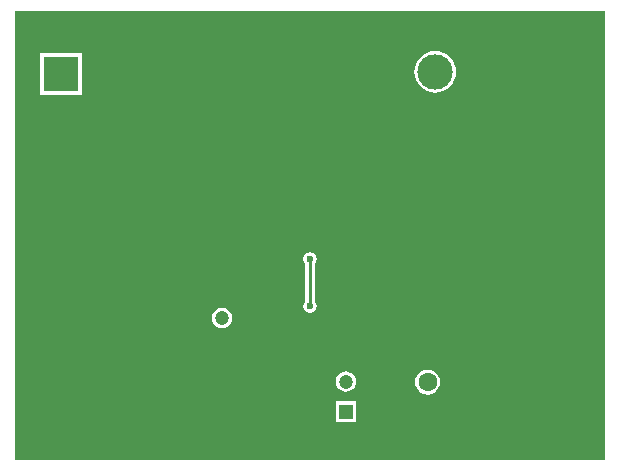
<source format=gbl>
G04*
G04 #@! TF.GenerationSoftware,Altium Limited,Altium Designer,20.1.12 (249)*
G04*
G04 Layer_Physical_Order=2*
G04 Layer_Color=16711680*
%FSLAX44Y44*%
%MOMM*%
G71*
G04*
G04 #@! TF.SameCoordinates,2AA84F29-7605-4DC1-95F6-89BBEAF3FCC8*
G04*
G04*
G04 #@! TF.FilePolarity,Positive*
G04*
G01*
G75*
%ADD36C,0.2540*%
%ADD37R,1.2000X1.2000*%
%ADD38C,1.2000*%
%ADD39R,1.2000X1.2000*%
%ADD40C,3.0000*%
%ADD41R,3.0000X3.0000*%
%ADD42C,1.6000*%
%ADD43R,1.6000X1.6000*%
%ADD44C,0.6000*%
G36*
X500000Y0D02*
X0D01*
Y380000D01*
X500000D01*
Y0D01*
D02*
G37*
%LPC*%
G36*
X356000Y346125D02*
X352562Y345786D01*
X349255Y344783D01*
X346208Y343154D01*
X343537Y340962D01*
X341345Y338292D01*
X339717Y335244D01*
X338714Y331938D01*
X338375Y328500D01*
X338714Y325061D01*
X339717Y321755D01*
X341345Y318708D01*
X343537Y316037D01*
X346208Y313845D01*
X349255Y312216D01*
X352562Y311213D01*
X356000Y310875D01*
X359438Y311213D01*
X362745Y312216D01*
X365792Y313845D01*
X368463Y316037D01*
X370654Y318708D01*
X372283Y321755D01*
X373286Y325061D01*
X373625Y328500D01*
X373286Y331938D01*
X372283Y335244D01*
X370654Y338292D01*
X368463Y340962D01*
X365792Y343154D01*
X362745Y344783D01*
X359438Y345786D01*
X356000Y346125D01*
D02*
G37*
G36*
X56540Y344040D02*
X21460D01*
Y308960D01*
X56540D01*
Y344040D01*
D02*
G37*
G36*
X250000Y175648D02*
X247838Y175219D01*
X246006Y173994D01*
X244781Y172162D01*
X244352Y170000D01*
X244781Y167838D01*
X246006Y166006D01*
X246115Y165933D01*
Y134067D01*
X246006Y133994D01*
X244781Y132162D01*
X244352Y130000D01*
X244781Y127838D01*
X246006Y126006D01*
X247838Y124781D01*
X250000Y124352D01*
X252162Y124781D01*
X253994Y126006D01*
X255219Y127838D01*
X255648Y130000D01*
X255219Y132162D01*
X253994Y133994D01*
X253885Y134067D01*
Y165933D01*
X253994Y166006D01*
X255219Y167838D01*
X255648Y170000D01*
X255219Y172162D01*
X253994Y173994D01*
X252162Y175219D01*
X250000Y175648D01*
D02*
G37*
G36*
X175400Y128614D02*
X173171Y128320D01*
X171093Y127460D01*
X169309Y126091D01*
X167940Y124307D01*
X167080Y122229D01*
X166786Y120000D01*
X167080Y117771D01*
X167940Y115693D01*
X169309Y113909D01*
X171093Y112540D01*
X173171Y111680D01*
X175400Y111386D01*
X177629Y111680D01*
X179707Y112540D01*
X181491Y113909D01*
X182860Y115693D01*
X183720Y117771D01*
X184014Y120000D01*
X183720Y122229D01*
X182860Y124307D01*
X181491Y126091D01*
X179707Y127460D01*
X177629Y128320D01*
X175400Y128614D01*
D02*
G37*
G36*
X280285Y74871D02*
X278056Y74578D01*
X275978Y73717D01*
X274194Y72348D01*
X272825Y70564D01*
X271965Y68487D01*
X271671Y66258D01*
X271965Y64028D01*
X272825Y61951D01*
X274194Y60167D01*
X275978Y58798D01*
X278056Y57937D01*
X280285Y57644D01*
X282514Y57937D01*
X284592Y58798D01*
X286376Y60167D01*
X287745Y61951D01*
X288605Y64028D01*
X288899Y66258D01*
X288605Y68487D01*
X287745Y70564D01*
X286376Y72348D01*
X284592Y73717D01*
X282514Y74578D01*
X280285Y74871D01*
D02*
G37*
G36*
X349520Y76331D02*
X346769Y75969D01*
X344205Y74907D01*
X342003Y73217D01*
X340313Y71016D01*
X339251Y68451D01*
X338889Y65700D01*
X339251Y62948D01*
X340313Y60384D01*
X342003Y58183D01*
X344205Y56493D01*
X346769Y55431D01*
X349520Y55069D01*
X352272Y55431D01*
X354836Y56493D01*
X357037Y58183D01*
X358727Y60384D01*
X359789Y62948D01*
X360151Y65700D01*
X359789Y68451D01*
X358727Y71016D01*
X357037Y73217D01*
X354836Y74907D01*
X352272Y75969D01*
X349520Y76331D01*
D02*
G37*
G36*
X288825Y49398D02*
X271745D01*
Y32318D01*
X288825D01*
Y49398D01*
D02*
G37*
%LPD*%
D36*
X349520Y40300D02*
X384700D01*
X385000Y40000D01*
X250000Y130000D02*
Y170000D01*
D37*
X150000Y120000D02*
D03*
D38*
X175400D02*
D03*
X280285Y66258D02*
D03*
D39*
Y40858D02*
D03*
D40*
X356000Y328500D02*
D03*
X164000Y251500D02*
D03*
D41*
X481000Y253500D02*
D03*
X39000Y326500D02*
D03*
D42*
X349520Y65700D02*
D03*
D43*
Y40300D02*
D03*
D44*
X260000Y80000D02*
D03*
X365000Y230000D02*
D03*
X455000Y345000D02*
D03*
X140000Y185000D02*
D03*
X365000Y160000D02*
D03*
X435000Y25000D02*
D03*
X120000Y30000D02*
D03*
X60000Y80000D02*
D03*
Y145000D02*
D03*
X440000Y160000D02*
D03*
X445000Y115000D02*
D03*
X250000Y130000D02*
D03*
Y170000D02*
D03*
M02*

</source>
